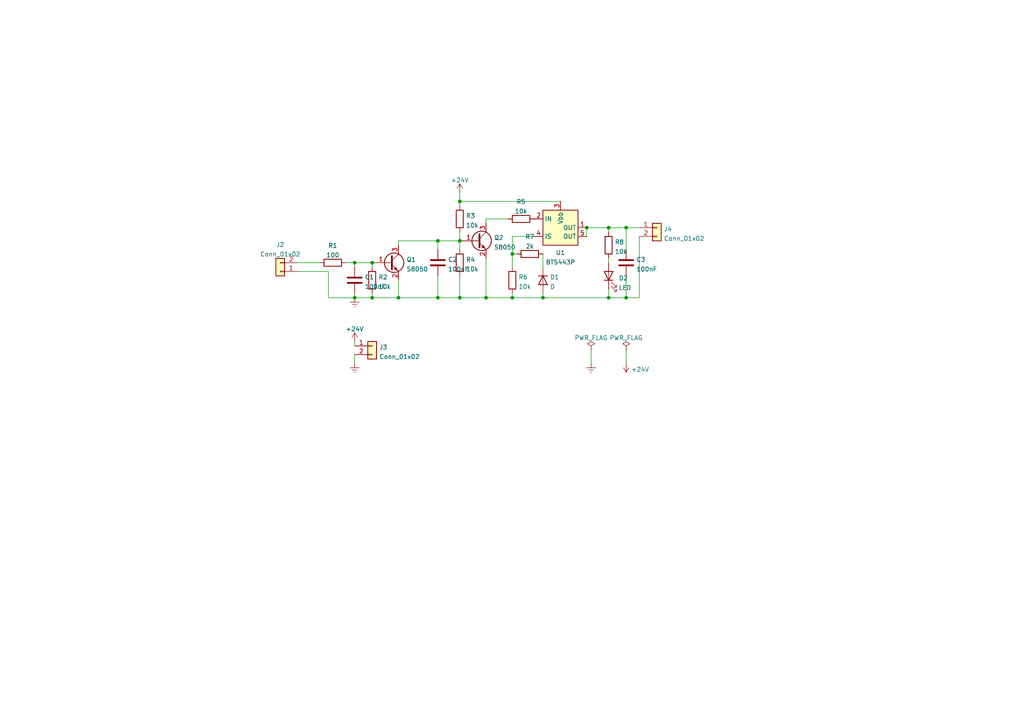
<source format=kicad_sch>
(kicad_sch (version 20211123) (generator eeschema)
  (paper "A4")
  (lib_symbols
    (symbol "Connector_Generic:Conn_01x02" (pin_names (offset 1.016) hide)
      (property "Reference" "J" (at 0 2.54 0))
      (property "Value" "Conn_01x02" (at 0 -5.08 0))
      (symbol "Conn_01x02_1_1"
        (rectangle (start -1.27 -2.413) (end 0 -2.667) (stroke (width 0.1524)))
        (rectangle (start -1.27 0.127) (end 0 -0.127) (stroke (width 0.1524)))
        (rectangle (start -1.27 1.27) (end 1.27 -3.81) (stroke (width 0.254)) (fill (type background)))
        (pin passive line (at -5.08 0 0) (length 3.81) (name "Pin_1") (number "1"))
        (pin passive line (at -5.08 -2.54 0) (length 3.81) (name "Pin_2") (number "2"))
      )
    )
    (symbol "Device:C" (pin_numbers hide) (pin_names (offset 0.254))
      (property "Reference" "C" (at 0.635 2.54 0))
      (property "Value" "C" (at 0.635 -2.54 0))
      (symbol "C_0_1"
        (polyline (pts (xy -2.032 -0.762) (xy 2.032 -0.762)) (stroke (width 0.508)))
        (polyline (pts (xy -2.032 0.762) (xy 2.032 0.762)) (stroke (width 0.508)))
      )
      (symbol "C_1_1"
        (pin passive line (at 0 3.81 270) (length 2.794) (name "~") (number "1"))
        (pin passive line (at 0 -3.81 90) (length 2.794) (name "~") (number "2"))
      )
    )
    (symbol "Device:D" (pin_numbers hide) (pin_names (offset 1.016) hide)
      (property "Reference" "D" (at 0 2.54 0))
      (property "Value" "D" (at 0 -2.54 0))
      (symbol "D_0_1"
        (polyline (pts (xy -1.27 1.27) (xy -1.27 -1.27)) (stroke (width 0.254)))
        (polyline (pts (xy 1.27 0) (xy -1.27 0)))
        (polyline (pts (xy 1.27 1.27) (xy 1.27 -1.27) (xy -1.27 0) (xy 1.27 1.27)) (stroke (width 0.254)))
      )
      (symbol "D_1_1"
        (pin passive line (at -3.81 0 0) (length 2.54) (name "K") (number "1"))
        (pin passive line (at 3.81 0 180) (length 2.54) (name "A") (number "2"))
      )
    )
    (symbol "Device:LED" (pin_numbers hide) (pin_names (offset 1.016) hide)
      (property "Reference" "D" (at 0 2.54 0))
      (property "Value" "LED" (at 0 -2.54 0))
      (symbol "LED_0_1"
        (polyline (pts (xy -1.27 -1.27) (xy -1.27 1.27)) (stroke (width 0.254)))
        (polyline (pts (xy -1.27 0) (xy 1.27 0)))
        (polyline (pts (xy 1.27 -1.27) (xy 1.27 1.27) (xy -1.27 0) (xy 1.27 -1.27)) (stroke (width 0.254)))
        (polyline (pts (xy -3.048 -0.762) (xy -4.572 -2.286) (xy -3.81 -2.286) (xy -4.572 -2.286) (xy -4.572 -1.524)))
        (polyline (pts (xy -1.778 -0.762) (xy -3.302 -2.286) (xy -2.54 -2.286) (xy -3.302 -2.286) (xy -3.302 -1.524)))
      )
      (symbol "LED_1_1"
        (pin passive line (at -3.81 0 0) (length 2.54) (name "K") (number "1"))
        (pin passive line (at 3.81 0 180) (length 2.54) (name "A") (number "2"))
      )
    )
    (symbol "Device:R" (pin_numbers hide) (pin_names (offset 0))
      (property "Reference" "R" (at 2.032 0 90))
      (property "Value" "R" (at 0 0 90))
      (symbol "R_0_1"
        (rectangle (start -1.016 -2.54) (end 1.016 2.54) (stroke (width 0.254)))
      )
      (symbol "R_1_1"
        (pin passive line (at 0 3.81 270) (length 1.27) (name "~") (number "1"))
        (pin passive line (at 0 -3.81 90) (length 1.27) (name "~") (number "2"))
      )
    )
    (symbol "Power_Management:BTS443P"
      (property "Reference" "U" (at -5.08 6.35 0))
      (property "Value" "BTS443P" (at 8.89 6.35 0))
      (symbol "BTS443P_0_0"
        (pin passive line (at 7.62 -2.54 180) (length 2.54) (name "OUT") (number "5"))
      )
      (symbol "BTS443P_0_1"
        (rectangle (start -5.08 5.08) (end 5.08 -5.08) (stroke (width 0.254)) (fill (type background)))
      )
      (symbol "BTS443P_1_1"
        (pin passive line (at 7.62 0 180) (length 2.54) (name "OUT") (number "1"))
        (pin passive line (at -7.62 2.54 0) (length 2.54) (name "IN") (number "2"))
        (pin passive line (at 0 7.62 270) (length 2.54) (name "Vbb") (number "3"))
        (pin passive line (at -7.62 -2.54 0) (length 2.54) (name "IS") (number "4"))
      )
    )
    (symbol "S8050_1" (pin_names (offset 0) hide)
      (property "Reference" "Q" (at 5.08 1.905 0))
      (property "Value" "S8050_1" (at 5.08 0 0))
      (symbol "S8050_1_0_1"
        (polyline (pts (xy 0 0) (xy 0.635 0)))
        (polyline (pts (xy 0.635 0.635) (xy 2.54 2.54)))
        (polyline (pts (xy 0.635 -0.635) (xy 2.54 -2.54) (xy 2.54 -2.54)))
        (polyline (pts (xy 0.635 1.905) (xy 0.635 -1.905) (xy 0.635 -1.905)) (stroke (width 0.508)))
        (polyline (pts (xy 1.27 -1.778) (xy 1.778 -1.27) (xy 2.286 -2.286) (xy 1.27 -1.778) (xy 1.27 -1.778)) (fill (type outline)))
        (circle (center 1.27 0) (radius 2.8194) (stroke (width 0.254)))
      )
      (symbol "S8050_1_1_1"
        (pin input line (at -5.08 0 0) (length 5.08) (name "B") (number "1"))
        (pin passive line (at 2.54 -5.08 90) (length 2.54) (name "E") (number "2"))
        (pin passive line (at 2.54 5.08 270) (length 2.54) (name "C") (number "3"))
      )
    )
    (symbol "Transistor_BJT:S8050" (pin_names (offset 0) hide)
      (property "Reference" "Q" (at 5.08 1.905 0))
      (property "Value" "S8050" (at 5.08 0 0))
      (symbol "S8050_0_1"
        (polyline (pts (xy 0 0) (xy 0.635 0)))
        (polyline (pts (xy 0.635 0.635) (xy 2.54 2.54)))
        (polyline (pts (xy 0.635 -0.635) (xy 2.54 -2.54) (xy 2.54 -2.54)))
        (polyline (pts (xy 0.635 1.905) (xy 0.635 -1.905) (xy 0.635 -1.905)) (stroke (width 0.508)))
        (polyline (pts (xy 1.27 -1.778) (xy 1.778 -1.27) (xy 2.286 -2.286) (xy 1.27 -1.778) (xy 1.27 -1.778)) (fill (type outline)))
        (circle (center 1.27 0) (radius 2.8194) (stroke (width 0.254)))
      )
      (symbol "S8050_1_1"
        (pin input line (at -5.08 0 0) (length 5.08) (name "B") (number "1"))
        (pin passive line (at 2.54 -5.08 90) (length 2.54) (name "E") (number "2"))
        (pin passive line (at 2.54 5.08 270) (length 2.54) (name "C") (number "3"))
      )
    )
    (symbol "power:+24V" (power) (pin_names (offset 0))
      (property "Value" "+24V" (at 0 3.556 0))
      (symbol "+24V_0_1"
        (polyline (pts (xy -0.762 1.27) (xy 0 2.54)))
        (polyline (pts (xy 0 0) (xy 0 2.54)))
        (polyline (pts (xy 0 2.54) (xy 0.762 1.27)))
      )
      (symbol "+24V_1_1"
        (pin power_in line (at 0 0 90) (length 0) hide (name "+24V") (number "1"))
      )
    )
    (symbol "power:Earth" (power) (pin_names (offset 0))
      (symbol "Earth_0_1"
        (polyline (pts (xy -0.635 -1.905) (xy 0.635 -1.905)))
        (polyline (pts (xy -0.127 -2.54) (xy 0.127 -2.54)))
        (polyline (pts (xy 0 -1.27) (xy 0 0)))
        (polyline (pts (xy 1.27 -1.27) (xy -1.27 -1.27)))
      )
      (symbol "Earth_1_1"
        (pin power_in line (at 0 0 270) (length 0) hide (name "Earth") (number "1"))
      )
    )
    (symbol "power:PWR_FLAG" (power) (pin_numbers hide) (pin_names (offset 0) hide)
      (property "Value" "PWR_FLAG" (at 0 3.81 0))
      (symbol "PWR_FLAG_0_0"
        (pin power_out line (at 0 0 90) (length 0) (name "pwr") (number "1"))
      )
      (symbol "PWR_FLAG_0_1"
        (polyline (pts (xy 0 0) (xy 0 1.27) (xy -1.016 1.905) (xy 0 2.54) (xy 1.016 1.905) (xy 0 1.27)))
      )
    )
  )
  (junction (at 140.97 86.36))
  (junction (at 102.87 86.36))
  (junction (at 115.57 86.36))
  (junction (at 176.53 66.04))
  (junction (at 127 69.85))
  (junction (at 133.35 58.42))
  (junction (at 176.53 86.36))
  (junction (at 181.61 66.04))
  (junction (at 133.35 86.36))
  (junction (at 107.95 86.36))
  (junction (at 107.95 76.2))
  (junction (at 170.18 66.04))
  (junction (at 157.48 86.36))
  (junction (at 127 86.36))
  (junction (at 102.87 76.2))
  (junction (at 181.61 86.36))
  (junction (at 148.59 73.66))
  (junction (at 148.59 86.36))
  (junction (at 133.35 69.85))
  (wire (pts (xy 176.53 66.04) (xy 176.53 67.31)))
  (wire (pts (xy 157.48 77.47) (xy 157.48 73.66)))
  (wire (pts (xy 115.57 69.85) (xy 127 69.85)))
  (wire (pts (xy 127 86.36) (xy 115.57 86.36)))
  (wire (pts (xy 102.87 99.06) (xy 102.87 100.33)))
  (wire (pts (xy 170.18 66.04) (xy 170.18 68.58)))
  (wire (pts (xy 102.87 85.09) (xy 102.87 86.36)))
  (wire (pts (xy 181.61 105.41) (xy 181.61 101.6)))
  (wire (pts (xy 86.36 76.2) (xy 92.71 76.2)))
  (wire (pts (xy 107.95 86.36) (xy 115.57 86.36)))
  (wire (pts (xy 148.59 85.09) (xy 148.59 86.36)))
  (wire (pts (xy 181.61 66.04) (xy 181.61 72.39)))
  (wire (pts (xy 176.53 83.82) (xy 176.53 86.36)))
  (wire (pts (xy 176.53 66.04) (xy 181.61 66.04)))
  (wire (pts (xy 102.87 77.47) (xy 102.87 76.2)))
  (wire (pts (xy 181.61 86.36) (xy 185.42 86.36)))
  (wire (pts (xy 133.35 72.39) (xy 133.35 69.85)))
  (wire (pts (xy 171.45 105.41) (xy 171.45 101.6)))
  (wire (pts (xy 95.25 86.36) (xy 102.87 86.36)))
  (wire (pts (xy 133.35 59.69) (xy 133.35 58.42)))
  (wire (pts (xy 133.35 86.36) (xy 127 86.36)))
  (wire (pts (xy 185.42 86.36) (xy 185.42 68.58)))
  (wire (pts (xy 148.59 68.58) (xy 154.94 68.58)))
  (wire (pts (xy 133.35 80.01) (xy 133.35 86.36)))
  (wire (pts (xy 86.36 78.74) (xy 95.25 78.74)))
  (wire (pts (xy 181.61 80.01) (xy 181.61 86.36)))
  (wire (pts (xy 176.53 86.36) (xy 181.61 86.36)))
  (wire (pts (xy 107.95 85.09) (xy 107.95 86.36)))
  (wire (pts (xy 102.87 76.2) (xy 107.95 76.2)))
  (wire (pts (xy 170.18 66.04) (xy 176.53 66.04)))
  (wire (pts (xy 176.53 74.93) (xy 176.53 76.2)))
  (wire (pts (xy 102.87 86.36) (xy 107.95 86.36)))
  (wire (pts (xy 100.33 76.2) (xy 102.87 76.2)))
  (wire (pts (xy 133.35 67.31) (xy 133.35 69.85)))
  (wire (pts (xy 140.97 86.36) (xy 133.35 86.36)))
  (wire (pts (xy 127 72.39) (xy 127 69.85)))
  (wire (pts (xy 127 80.01) (xy 127 86.36)))
  (wire (pts (xy 102.87 105.41) (xy 102.87 102.87)))
  (wire (pts (xy 157.48 86.36) (xy 176.53 86.36)))
  (wire (pts (xy 140.97 74.93) (xy 140.97 86.36)))
  (wire (pts (xy 149.86 73.66) (xy 148.59 73.66)))
  (wire (pts (xy 148.59 86.36) (xy 140.97 86.36)))
  (wire (pts (xy 148.59 73.66) (xy 148.59 77.47)))
  (wire (pts (xy 148.59 68.58) (xy 148.59 73.66)))
  (wire (pts (xy 148.59 86.36) (xy 157.48 86.36)))
  (wire (pts (xy 140.97 64.77) (xy 140.97 63.5)))
  (wire (pts (xy 115.57 86.36) (xy 115.57 81.28)))
  (wire (pts (xy 133.35 58.42) (xy 162.56 58.42)))
  (wire (pts (xy 181.61 66.04) (xy 185.42 66.04)))
  (wire (pts (xy 107.95 77.47) (xy 107.95 76.2)))
  (wire (pts (xy 95.25 78.74) (xy 95.25 86.36)))
  (wire (pts (xy 157.48 85.09) (xy 157.48 86.36)))
  (wire (pts (xy 133.35 55.88) (xy 133.35 58.42)))
  (wire (pts (xy 140.97 63.5) (xy 147.32 63.5)))
  (wire (pts (xy 127 69.85) (xy 133.35 69.85)))
  (wire (pts (xy 115.57 71.12) (xy 115.57 69.85)))
  (symbol (lib_id "power:PWR_FLAG") (at 171.45 101.6 0) (unit 1)
    (property "Reference" "#FLG01" (effects hide))
    (property "Value" "PWR_FLAG" (at 171.45 97.9955 0))
  )
  (symbol (lib_id "Device:R") (at 96.52 76.2 90) (unit 1)
    (property "Reference" "R1" (at 96.52 71.2175 90))
    (property "Value" "100" (at 96.52 73.9926 90))
    (property "Footprint" "Resistor_SMD:R_0603_1608Metric_Pad0.98x0.95mm_HandSolder" (effects hide))
  )
  (symbol (lib_id "power:PWR_FLAG") (at 181.61 101.6 0) (unit 1)
    (property "Reference" "#FLG02" (effects hide))
    (property "Value" "PWR_FLAG" (at 181.61 97.9955 0))
  )
  (symbol (lib_id "power:Earth") (at 102.87 86.36 0) (unit 1)
    (property "Reference" "#PWR01" (effects hide))
    (property "Value" "Earth" (effects hide))
  )
  (symbol (lib_id "Device:C") (at 181.61 76.2 0) (unit 1)
    (property "Reference" "C3" (at 184.531 75.2915 0) (effects (justify left)))
    (property "Value" "100nF" (at 184.531 78.0666 0) (effects (justify left)))
    (property "Footprint" "Capacitor_SMD:C_0603_1608Metric_Pad1.08x0.95mm_HandSolder" (effects hide))
  )
  (symbol (lib_id "power:Earth") (at 171.45 105.41 0) (unit 1)
    (property "Reference" "#PWR05" (effects hide))
    (property "Value" "Earth" (effects hide))
  )
  (symbol (lib_id "Device:R") (at 176.53 71.12 180) (unit 1)
    (property "Reference" "R8" (at 178.308 70.2115 0) (effects (justify right)))
    (property "Value" "10k" (at 178.308 72.9866 0) (effects (justify right)))
    (property "Footprint" "Resistor_SMD:R_0603_1608Metric_Pad0.98x0.95mm_HandSolder" (effects hide))
  )
  (symbol (lib_id "Device:D") (at 157.48 81.28 270) (unit 1)
    (property "Reference" "D1" (at 159.512 80.3715 90) (effects (justify left)))
    (property "Value" "D" (at 159.512 83.1466 90) (effects (justify left)))
    (property "Footprint" "Diode_SMD:D_SOD-123" (effects hide))
  )
  (symbol (lib_id "power:+24V") (at 181.61 105.41 180) (unit 1)
    (property "Reference" "#PWR06" (effects hide))
    (property "Value" "+24V" (at 183.007 107.159 0) (effects (justify right)))
  )
  (symbol (lib_name "S8050_1") (lib_id "Transistor_BJT:S8050") (at 113.03 76.2 0) (unit 1)
    (property "Reference" "Q1" (at 117.8814 75.2915 0) (effects (justify left)))
    (property "Value" "S8050" (at 117.8814 78.0666 0) (effects (justify left)))
    (property "Footprint" "Package_TO_SOT_SMD:SOT-23" (effects hide))
    (property "Datasheet" "http://www.unisonic.com.tw/datasheet/S8050.pdf" (effects hide))
  )
  (symbol (lib_id "power:+24V") (at 133.35 55.88 0) (unit 1)
    (property "Reference" "#PWR04" (effects hide))
    (property "Value" "+24V" (at 133.35 52.2755 0))
  )
  (symbol (lib_id "Device:R") (at 107.95 81.28 0) (unit 1)
    (property "Reference" "R2" (at 109.728 80.3715 0) (effects (justify left)))
    (property "Value" "10k" (at 109.728 83.1466 0) (effects (justify left)))
    (property "Footprint" "Resistor_SMD:R_0603_1608Metric_Pad0.98x0.95mm_HandSolder" (effects hide))
  )
  (symbol (lib_id "Device:LED") (at 176.53 80.01 90) (unit 1)
    (property "Reference" "D2" (at 179.451 80.689 90) (effects (justify right)))
    (property "Value" "LED" (at 179.451 83.4641 90) (effects (justify right)))
    (property "Footprint" "LED_SMD:LED_0603_1608Metric_Pad1.05x0.95mm_HandSolder" (effects hide))
  )
  (symbol (lib_id "Device:R") (at 151.13 63.5 90) (unit 1)
    (property "Reference" "R5" (at 151.13 58.5175 90))
    (property "Value" "10k" (at 151.13 61.2926 90))
    (property "Footprint" "Resistor_SMD:R_0603_1608Metric_Pad0.98x0.95mm_HandSolder" (effects hide))
  )
  (symbol (lib_id "Device:R") (at 153.67 73.66 90) (unit 1)
    (property "Reference" "R7" (at 153.67 68.6775 90))
    (property "Value" "2k" (at 153.67 71.4526 90))
    (property "Footprint" "Resistor_SMD:R_0603_1608Metric_Pad0.98x0.95mm_HandSolder" (effects hide))
  )
  (symbol (lib_id "Transistor_BJT:S8050") (at 138.43 69.85 0) (unit 1)
    (property "Reference" "Q2" (at 143.2814 68.9415 0) (effects (justify left)))
    (property "Value" "S8050" (at 143.2814 71.7166 0) (effects (justify left)))
    (property "Footprint" "Package_TO_SOT_SMD:SOT-23" (effects hide))
    (property "Datasheet" "http://www.unisonic.com.tw/datasheet/S8050.pdf" (effects hide))
  )
  (symbol (lib_id "Connector_Generic:Conn_01x02") (at 107.95 100.33 0) (unit 1)
    (property "Reference" "J3" (at 109.982 100.6915 0) (effects (justify left)))
    (property "Value" "Conn_01x02" (at 109.982 103.4666 0) (effects (justify left)))
    (property "Footprint" "Connector_AMASS:AMASS_XT30UPB-M_1x02_P5.0mm_Vertical" (effects hide))
  )
  (symbol (lib_id "Device:R") (at 133.35 63.5 0) (unit 1)
    (property "Reference" "R3" (at 135.128 62.5915 0) (effects (justify left)))
    (property "Value" "10k" (at 135.128 65.3666 0) (effects (justify left)))
    (property "Footprint" "Resistor_SMD:R_0603_1608Metric_Pad0.98x0.95mm_HandSolder" (effects hide))
  )
  (symbol (lib_id "Device:C") (at 127 76.2 0) (unit 1)
    (property "Reference" "C2" (at 129.921 75.2915 0) (effects (justify left)))
    (property "Value" "100nF" (at 129.921 78.0666 0) (effects (justify left)))
    (property "Footprint" "Capacitor_SMD:C_0603_1608Metric_Pad1.08x0.95mm_HandSolder" (effects hide))
  )
  (symbol (lib_id "Device:C") (at 102.87 81.28 0) (unit 1)
    (property "Reference" "C1" (at 105.791 80.3715 0) (effects (justify left)))
    (property "Value" "100nF" (at 105.791 83.1466 0) (effects (justify left)))
    (property "Footprint" "Capacitor_SMD:C_0603_1608Metric_Pad1.08x0.95mm_HandSolder" (effects hide))
  )
  (symbol (lib_id "Connector_Generic:Conn_01x02") (at 81.28 78.74 180) (unit 1)
    (property "Reference" "J2" (at 81.28 70.9635 0))
    (property "Value" "Conn_01x02" (at 81.28 73.7386 0))
    (property "Footprint" "Connector_JST:JST_GH_SM02B-GHS-TB_1x02-1MP_P1.25mm_Horizontal" (effects hide))
  )
  (symbol (lib_id "power:+24V") (at 102.87 99.06 0) (unit 1)
    (property "Reference" "#PWR02" (effects hide))
    (property "Value" "+24V" (at 102.87 95.4555 0))
  )
  (symbol (lib_id "Device:R") (at 148.59 81.28 180) (unit 1)
    (property "Reference" "R6" (at 150.368 80.3715 0) (effects (justify right)))
    (property "Value" "10k" (at 150.368 83.1466 0) (effects (justify right)))
    (property "Footprint" "Resistor_SMD:R_0603_1608Metric_Pad0.98x0.95mm_HandSolder" (effects hide))
  )
  (symbol (lib_id "power:Earth") (at 102.87 105.41 0) (unit 1)
    (property "Reference" "#PWR03" (effects hide))
    (property "Value" "Earth" (effects hide))
  )
  (symbol (lib_id "Device:R") (at 133.35 76.2 0) (unit 1)
    (property "Reference" "R4" (at 135.128 75.2915 0) (effects (justify left)))
    (property "Value" "10k" (at 135.128 78.0666 0) (effects (justify left)))
    (property "Footprint" "Resistor_SMD:R_0603_1608Metric_Pad0.98x0.95mm_HandSolder" (effects hide))
  )
  (symbol (lib_id "Connector_Generic:Conn_01x02") (at 190.5 66.04 0) (unit 1)
    (property "Reference" "J4" (at 192.532 66.4015 0) (effects (justify left)))
    (property "Value" "Conn_01x02" (at 192.532 69.1766 0) (effects (justify left)))
    (property "Footprint" "Connector_AMASS:AMASS_XT30UPB-F_1x02_P5.0mm_Vertical" (effects hide))
  )
  (symbol (lib_id "Power_Management:BTS443P") (at 162.56 66.04 0) (unit 1)
    (property "Reference" "U1" (at 162.56 73.2695 0))
    (property "Value" "BTS443P" (at 162.56 76.0446 0))
    (property "Footprint" "Package_TO_SOT_SMD:TO-252-4" (effects hide))
    (property "Datasheet" "http://www.infineon.com/dgdl/Infineon-BTS443P-DS-v01_00-EN.pdf?fileId=5546d4625a888733015aa9afbc5035d5" (effects hide))
  )
)
</source>
